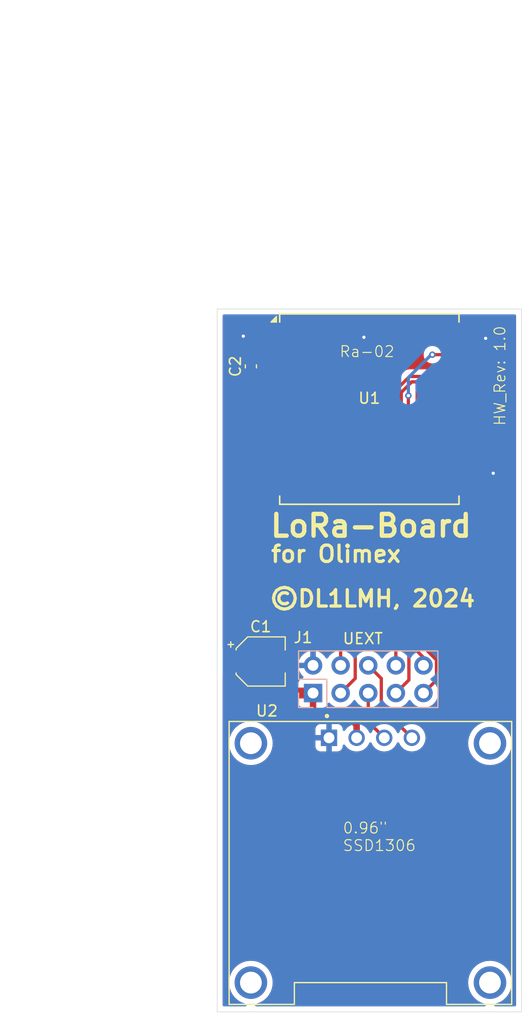
<source format=kicad_pcb>
(kicad_pcb (version 20240108) (generator "pcbnew") (generator_version "8.0")
  (layers (0 "F.Cu" signal) (31 "B.Cu" signal) (34 "B.Paste" user) (35 "F.Paste" user) (36 "B.SilkS" user "B.Silkscreen") (37 "F.SilkS" user "F.Silkscreen") (38 "B.Mask" user) (39 "F.Mask" user) (44 "Edge.Cuts" user))
  (net 0 "")
  (net 1 "/SSEL")
  (net 2 "/RXD")
  (net 3 "/TXD")
  (net 4 "/SCL")
  (net 5 "/MOSI")
  (net 6 "+3.3V")
  (net 7 "/SCK")
  (net 8 "/MISO")
  (net 9 "GND")
  (net 10 "/SDA")
  (footprint "Capacitor_SMD:CP_Elec_4x5.8" (layer "F.Cu") (at 49.7 73.9)
    (property "Reference" "C1" (at 0 -3.2 0) (layer "F.SilkS"))
    (property "Value" "22µF" (hide yes))
    (fp_line (start -3 -1.56) (end -2.5 -1.56) (stroke (width 0.12)) (layer "F.SilkS"))
    (fp_line (start -2.75 -1.81) (end -2.75 -1.31) (stroke (width 0.12)) (layer "F.SilkS"))
    (fp_line (start -2.26 -1.195563) (end -2.26 -1.06) (stroke (width 0.12)) (layer "F.SilkS"))
    (fp_line (start -2.26 -1.195563) (end -1.195563 -2.26) (stroke (width 0.12)) (layer "F.SilkS"))
    (fp_line (start -2.26 1.195563) (end -2.26 1.06) (stroke (width 0.12)) (layer "F.SilkS"))
    (fp_line (start -2.26 1.195563) (end -1.195563 2.26) (stroke (width 0.12)) (layer "F.SilkS"))
    (fp_line (start -1.195563 -2.26) (end 2.26 -2.26) (stroke (width 0.12)) (layer "F.SilkS"))
    (fp_line (start -1.195563 2.26) (end 2.26 2.26) (stroke (width 0.12)) (layer "F.SilkS"))
    (fp_line (start 2.26 -2.26) (end 2.26 -1.06) (stroke (width 0.12)) (layer "F.SilkS"))
    (fp_line (start 2.26 2.26) (end 2.26 1.06) (stroke (width 0.12)) (layer "F.SilkS"))
    (pad "1" smd roundrect (at -1.8 0) (size 2.6 1.6) (layers "F.Cu" "F.Paste" "F.Mask") (roundrect_rratio 0.15625) (net 6 "+3.3V"))
    (pad "2" smd roundrect (at 1.8 0) (size 2.6 1.6) (layers "F.Cu" "F.Paste" "F.Mask") (roundrect_rratio 0.15625) (net 9 "GND"))
  )
  (footprint "Capacitor_SMD:C_0603_1608Metric" (layer "F.Cu") (at 48.8 46.775 90)
    (property "Reference" "C2" (at 0 -1.43 90) (layer "F.SilkS"))
    (property "Value" "100n")
    (fp_line (start -0.14058 -0.51) (end 0.14058 -0.51) (stroke (width 0.12)) (layer "F.SilkS"))
    (fp_line (start -0.14058 0.51) (end 0.14058 0.51) (stroke (width 0.12)) (layer "F.SilkS"))
    (pad "1" smd roundrect (at -0.775 0 90) (size 0.9 0.95) (layers "F.Cu" "F.Paste" "F.Mask") (net 6 "+3.3V"))
    (pad "2" smd roundrect (at 0.775 0 90) (size 0.9 0.95) (layers "F.Cu" "F.Paste" "F.Mask") (net 9 "GND"))
  )
  (footprint "OLED 0.96:MODULE_DM-OLED096-636" (layer "F.Cu") (at 59.8 92.4125)
    (property "Reference" "U2" (at -9.525 -13.97 0) (layer "F.SilkS"))
    (property "Value" "DM-OLED096-636")
    (fp_line (start -13 -13) (end 13 -13) (stroke (width 0.127)) (layer "F.SilkS"))
    (fp_line (start -13 13) (end -13 -13) (stroke (width 0.127)) (layer "F.SilkS"))
    (fp_line (start -7 11) (end -7 13) (stroke (width 0.127)) (layer "F.SilkS"))
    (fp_line (start -7 13) (end -13 13) (stroke (width 0.127)) (layer "F.SilkS"))
    (fp_line (start 7 11) (end -7 11) (stroke (width 0.127)) (layer "F.SilkS"))
    (fp_line (start 7 13) (end 7 11) (stroke (width 0.127)) (layer "F.SilkS"))
    (fp_line (start 13 -13) (end 13 13) (stroke (width 0.127)) (layer "F.SilkS"))
    (fp_line (start 13 13) (end 7 13) (stroke (width 0.127)) (layer "F.SilkS"))
    (fp_circle (center -4 -13.5) (end -3.9 -13.5) (stroke (width 0.2)) (fill none) (layer "F.SilkS"))
    (pad "1" thru_hole rect (at -3.81 -11.5) (size 1.508 1.508) (drill 1) (layers "*.Cu" "*.Mask") (net 9 "GND"))
    (pad "2" thru_hole circle (at -1.27 -11.5) (size 1.508 1.508) (drill 1) (layers "*.Cu" "*.Mask") (net 6 "+3.3V"))
    (pad "3" thru_hole circle (at 1.27 -11.5) (size 1.508 1.508) (drill 1) (layers "*.Cu" "*.Mask") (net 4 "/SCL"))
    (pad "4" thru_hole circle (at 3.81 -11.5) (size 1.508 1.508) (drill 1) (layers "*.Cu" "*.Mask") (net 10 "/SDA"))
    (pad "S1" thru_hole circle (at -11 -11) (size 3 3) (drill 2) (layers "*.Cu" "*.Mask"))
    (pad "S2" thru_hole circle (at 11 -11) (size 3 3) (drill 2) (layers "*.Cu" "*.Mask"))
    (pad "S3" thru_hole circle (at 11 11) (size 3 3) (drill 2) (layers "*.Cu" "*.Mask"))
    (pad "S4" thru_hole circle (at -11 11) (size 3 3) (drill 2) (layers "*.Cu" "*.Mask"))
  )
  (footprint "RF_Module:Ai-Thinker-Ra-01-LoRa" (layer "F.Cu") (at 59.7 50.7)
    (property "Reference" "U1" (at 0 -1 0) (layer "F.SilkS"))
    (property "Value" "Ai-Thinker-Ra-02" (hide yes))
    (fp_line (start -8.25 -8.75) (end 8.25 -8.75) (stroke (width 0.15)) (layer "F.SilkS"))
    (fp_line (start -8.25 -8) (end -8.25 -8.75) (stroke (width 0.15)) (layer "F.SilkS"))
    (fp_line (start -8.25 8) (end -8.25 8.75) (stroke (width 0.15)) (layer "F.SilkS"))
    (fp_line (start -8.25 8.75) (end 8.25 8.75) (stroke (width 0.15)) (layer "F.SilkS"))
    (fp_line (start 8.25 -8.75) (end 8.25 -8) (stroke (width 0.15)) (layer "F.SilkS"))
    (fp_line (start 8.25 8.75) (end 8.25 8) (stroke (width 0.15)) (layer "F.SilkS"))
    (fp_poly (pts (xy -8.55 -8) (xy -9.05 -8) (xy -8.55 -8.5) (xy -8.55 -8)) (stroke (width 0.12)) (fill solid) (layer "F.SilkS"))
    (pad "1" smd rect (at -8 -7) (size 2 1.5) (layers "F.Cu" "F.Paste" "F.Mask") (net 9 "GND"))
    (pad "2" smd rect (at -8 -5) (size 2 1.5) (layers "F.Cu" "F.Paste" "F.Mask") (net 9 "GND"))
    (pad "3" smd rect (at -8 -3) (size 2 1.5) (layers "F.Cu" "F.Paste" "F.Mask") (net 6 "+3.3V"))
    (pad "4" smd rect (at -8 -1) (size 2 1.5) (layers "F.Cu" "F.Paste" "F.Mask") (net 3 "/TXD"))
    (pad "5" smd rect (at -8 1) (size 2 1.5) (layers "F.Cu" "F.Paste" "F.Mask") (net 2 "/RXD"))
    (pad "6" smd rect (at -8 3) (size 2 1.5) (layers "F.Cu" "F.Paste" "F.Mask"))
    (pad "7" smd rect (at -8 5) (size 2 1.5) (layers "F.Cu" "F.Paste" "F.Mask"))
    (pad "8" smd rect (at -8 7) (size 2 1.5) (layers "F.Cu" "F.Paste" "F.Mask"))
    (pad "9" smd rect (at 8 7) (size 2 1.5) (layers "F.Cu" "F.Paste" "F.Mask") (net 9 "GND"))
    (pad "10" smd rect (at 8 5) (size 2 1.5) (layers "F.Cu" "F.Paste" "F.Mask"))
    (pad "11" smd rect (at 8 3) (size 2 1.5) (layers "F.Cu" "F.Paste" "F.Mask"))
    (pad "12" smd rect (at 8 1) (size 2 1.5) (layers "F.Cu" "F.Paste" "F.Mask") (net 7 "/SCK"))
    (pad "13" smd rect (at 8 -1) (size 2 1.5) (layers "F.Cu" "F.Paste" "F.Mask") (net 8 "/MISO"))
    (pad "14" smd rect (at 8 -3) (size 2 1.5) (layers "F.Cu" "F.Paste" "F.Mask") (net 5 "/MOSI"))
    (pad "15" smd rect (at 8 -5) (size 2 1.5) (layers "F.Cu" "F.Paste" "F.Mask") (net 1 "/SSEL"))
    (pad "16" smd rect (at 8 -7) (size 2 1.5) (layers "F.Cu" "F.Paste" "F.Mask") (net 9 "GND"))
  )
  (footprint "Connector_PinSocket_2.54mm:PinSocket_2x05_P2.54mm_Vertical" (layer "B.Cu") (at 54.52 76.8 -90)
    (property "Reference" "J1" (at -5.1 0.92 180) (layer "F.SilkS"))
    (property "Value" "UEXT" (at -5 -4.58 180) (layer "F.SilkS"))
    (fp_line (start -1.27 1.33) (end -3.87 1.33) (stroke (width 0.12)) (layer "B.SilkS"))
    (fp_line (start 1.33 1.33) (end 0 1.33) (stroke (width 0.12)) (layer "B.SilkS"))
    (fp_line (start 1.33 0) (end 1.33 1.33) (stroke (width 0.12)) (layer "B.SilkS"))
    (fp_line (start -1.27 -1.27) (end -1.27 1.33) (stroke (width 0.12)) (layer "B.SilkS"))
    (fp_line (start 1.33 -1.27) (end -1.27 -1.27) (stroke (width 0.12)) (layer "B.SilkS"))
    (fp_line (start -3.87 -11.49) (end -3.87 1.33) (stroke (width 0.12)) (layer "B.SilkS"))
    (fp_line (start 1.33 -11.49) (end 1.33 -1.27) (stroke (width 0.12)) (layer "B.SilkS"))
    (fp_line (start 1.33 -11.49) (end -3.87 -11.49) (stroke (width 0.12)) (layer "B.SilkS"))
    (pad "1" thru_hole rect (at 0 0 270) (size 1.7 1.7) (drill 1) (layers "*.Cu" "*.Mask") (net 6 "+3.3V"))
    (pad "2" thru_hole oval (at -2.54 0 270) (size 1.7 1.7) (drill 1) (layers "*.Cu" "*.Mask") (net 9 "GND"))
    (pad "3" thru_hole oval (at 0 -2.54 270) (size 1.7 1.7) (drill 1) (layers "*.Cu" "*.Mask") (net 3 "/TXD"))
    (pad "4" thru_hole oval (at -2.54 -2.54 270) (size 1.7 1.7) (drill 1) (layers "*.Cu" "*.Mask") (net 2 "/RXD"))
    (pad "5" thru_hole oval (at 0 -5.08 270) (size 1.7 1.7) (drill 1) (layers "*.Cu" "*.Mask") (net 4 "/SCL"))
    (pad "6" thru_hole oval (at -2.54 -5.08 270) (size 1.7 1.7) (drill 1) (layers "*.Cu" "*.Mask") (net 10 "/SDA"))
    (pad "7" thru_hole oval (at 0 -7.62 270) (size 1.7 1.7) (drill 1) (layers "*.Cu" "*.Mask") (net 8 "/MISO"))
    (pad "8" thru_hole oval (at -2.54 -7.62 270) (size 1.7 1.7) (drill 1) (layers "*.Cu" "*.Mask") (net 5 "/MOSI"))
    (pad "9" thru_hole oval (at 0 -10.16 270) (size 1.7 1.7) (drill 1) (layers "*.Cu" "*.Mask") (net 7 "/SCK"))
    (pad "10" thru_hole oval (at -2.54 -10.16 270) (size 1.7 1.7) (drill 1) (layers "*.Cu" "*.Mask") (net 1 "/SSEL"))
  )
  (gr_rect (start 45.7 41.5) (end 73.7 106.1) (stroke (width 0.05)) (fill none) (layer "Edge.Cuts"))
  (gr_text "Ra-02" (at 56.9 46 0) (layer "F.SilkS") (effects (font (size 1 1) (thickness 0.1)) (justify left bottom)))
  (gr_text "HW_Rev: 1.0" (at 72.3 52.3 90) (layer "F.SilkS") (effects (font (size 1 1) (thickness 0.1)) (justify left bottom)))
  (gr_text "©DL1LMH, 2024" (at 50.4 69 0) (layer "F.SilkS") (effects (font (size 1.5 1.5) (thickness 0.3) (bold yes)) (justify left bottom)))
  (gr_text "0.96{dblquote}\nSSD1306" (at 57.2 91.4 0) (layer "F.SilkS") (effects (font (size 1 1) (thickness 0.1)) (justify left bottom)))
  (gr_text "LoRa-Board" (at 50.4 62.6 0) (layer "F.SilkS") (effects (font (size 2 2) (thickness 0.4) (bold yes)) (justify left bottom)))
  (gr_text "for Olimex" (at 50.5 64.9 0) (layer "F.SilkS") (effects (font (size 1.5 1.5) (thickness 0.3) (bold yes)) (justify left bottom)))
  (segment (start 63.29 72.142894) (end 64.68 73.532894) (width 0.3) (layer "F.Cu") (net 1))
  (segment (start 64.68 73.532894) (end 64.68 74.26) (width 0.3) (layer "F.Cu") (net 1))
  (segment (start 63.29 49.463173) (end 63.29 72.142894) (width 0.3) (layer "F.Cu") (net 1))
  (segment (start 65.5 45.7) (end 67.7 45.7) (width 0.3) (layer "F.Cu") (net 1))
  (via (at 65.5 45.7) (size 0.6) (drill 0.3) (layers "F.Cu" "B.Cu") (net 1))
  (via (at 63.29 49.463173) (size 0.6) (drill 0.3) (layers "F.Cu" "B.Cu") (net 1))
  (segment (start 65.4 45.7) (end 63.29 47.81) (width 0.3) (layer "B.Cu") (net 1))
  (segment (start 65.4 45.7) (end 65.5 45.7) (width 0.3) (layer "B.Cu") (net 1))
  (segment (start 65.5 45.6) (end 65.4 45.7) (width 0.3) (layer "B.Cu") (net 1))
  (segment (start 63.29 47.81) (end 63.29 49.463173) (width 0.3) (layer "B.Cu") (net 1))
  (segment (start 65.5 45.7) (end 65.5 45.6) (width 0.3) (layer "B.Cu") (net 1))
  (segment (start 57.06 53.16) (end 55.6 51.7) (width 0.3) (layer "F.Cu") (net 2))
  (segment (start 55.6 51.7) (end 51.7 51.7) (width 0.3) (layer "F.Cu") (net 2))
  (segment (start 57.06 74.26) (end 57.06 53.16) (width 0.3) (layer "F.Cu") (net 2))
  (segment (start 57.06 76.8) (end 58.4 75.46) (width 0.3) (layer "F.Cu") (net 3))
  (segment (start 58.4 75.46) (end 58.4 52) (width 0.3) (layer "F.Cu") (net 3))
  (segment (start 58.4 52) (end 56.1 49.7) (width 0.3) (layer "F.Cu") (net 3))
  (segment (start 56.1 49.7) (end 51.7 49.7) (width 0.3) (layer "F.Cu") (net 3))
  (segment (start 59.6 76.8) (end 59.6 79.4425) (width 0.3) (layer "F.Cu") (net 4))
  (segment (start 59.6 79.4425) (end 61.07 80.9125) (width 0.3) (layer "F.Cu") (net 4))
  (segment (start 62.14 74.26) (end 62.14 48.96) (width 0.3) (layer "F.Cu") (net 5))
  (segment (start 63.4 47.7) (end 67.7 47.7) (width 0.3) (layer "F.Cu") (net 5))
  (segment (start 62.14 48.96) (end 63.4 47.7) (width 0.3) (layer "F.Cu") (net 5))
  (segment (start 54.52 78.72) (end 54.52 76.8) (width 0.6) (layer "F.Cu") (net 6))
  (segment (start 48.3 73.8) (end 48.3 75.5) (width 1) (layer "F.Cu") (net 6))
  (segment (start 48.3 75.5) (end 49.6 76.8) (width 1) (layer "F.Cu") (net 6))
  (segment (start 58.53 80.9125) (end 58.53 79.73) (width 0.6) (layer "F.Cu") (net 6))
  (segment (start 48.8 51) (end 48.8 71.5) (width 1) (layer "F.Cu") (net 6))
  (segment (start 49.5 47.7) (end 51.7 47.7) (width 1) (layer "F.Cu") (net 6))
  (segment (start 48.2 73.7) (end 48.3 73.8) (width 1) (layer "F.Cu") (net 6))
  (segment (start 48.8 51) (end 48.8 48.4) (width 1) (layer "F.Cu") (net 6))
  (segment (start 58.1 79.3) (end 55.1 79.3) (width 0.6) (layer "F.Cu") (net 6))
  (segment (start 55.1 79.3) (end 54.52 78.72) (width 0.6) (layer "F.Cu") (net 6))
  (segment (start 48.8 48.4) (end 49.5 47.7) (width 1) (layer "F.Cu") (net 6))
  (segment (start 49.6 76.8) (end 54.52 76.8) (width 1) (layer "F.Cu") (net 6))
  (segment (start 58.53 79.73) (end 58.1 79.3) (width 0.6) (layer "F.Cu") (net 6))
  (segment (start 48.8 71.5) (end 48.2 72.1) (width 1) (layer "F.Cu") (net 6))
  (segment (start 48.2 72.1) (end 48.2 73.7) (width 1) (layer "F.Cu") (net 6))
  (segment (start 65.5 49) (end 65.5 50.7) (width 0.3) (layer "F.Cu") (net 7))
  (segment (start 64.1 50.29) (end 64.1 49.1) (width 0.3) (layer "F.Cu") (net 7))
  (segment (start 64.68 76.8) (end 65.88 75.6) (width 0.3) (layer "F.Cu") (net 7))
  (segment (start 66.5 51.7) (end 67.7 51.7) (width 0.3) (layer "F.Cu") (net 7))
  (segment (start 64.1 49.1) (end 64.5 48.7) (width 0.3) (layer "F.Cu") (net 7))
  (segment (start 65.2 48.7) (end 65.5 49) (width 0.3) (layer "F.Cu") (net 7))
  (segment (start 65.88 75.6) (end 65.88 73.762943) (width 0.3) (layer "F.Cu") (net 7))
  (segment (start 63.79 71.672943) (end 63.79 50.6) (width 0.3) (layer "F.Cu") (net 7))
  (segment (start 63.79 50.6) (end 64.1 50.29) (width 0.3) (layer "F.Cu") (net 7))
  (segment (start 65.88 73.762943) (end 63.79 71.672943) (width 0.3) (layer "F.Cu") (net 7))
  (segment (start 65.5 50.7) (end 66.5 51.7) (width 0.3) (layer "F.Cu") (net 7))
  (segment (start 64.5 48.7) (end 65.2 48.7) (width 0.3) (layer "F.Cu") (net 7))
  (segment (start 66.5 49.7) (end 67.7 49.7) (width 0.3) (layer "F.Cu") (net 8))
  (segment (start 62.64 72.2) (end 62.64 49.167106) (width 0.3) (layer "F.Cu") (net 8))
  (segment (start 66 49.2) (end 66.5 49.7) (width 0.3) (layer "F.Cu") (net 8))
  (segment (start 62.14 76.8) (end 63.34 75.6) (width 0.3) (layer "F.Cu") (net 8))
  (segment (start 63.34 72.9) (end 62.64 72.2) (width 0.3) (layer "F.Cu") (net 8))
  (segment (start 63.34 75.6) (end 63.34 72.9) (width 0.3) (layer "F.Cu") (net 8))
  (segment (start 63.607106 48.2) (end 65.6 48.2) (width 0.3) (layer "F.Cu") (net 8))
  (segment (start 66 48.6) (end 66 49.2) (width 0.3) (layer "F.Cu") (net 8))
  (segment (start 62.64 49.167106) (end 63.607106 48.2) (width 0.3) (layer "F.Cu") (net 8))
  (segment (start 65.6 48.2) (end 66 48.6) (width 0.3) (layer "F.Cu") (net 8))
  (via (at 59.2 44.1) (size 0.6) (drill 0.3) (layers "F.Cu" "B.Cu") (net 9))
  (via (at 70.4 44.2) (size 0.6) (drill 0.3) (layers "F.Cu" "B.Cu") (net 9))
  (via (at 48.1 44) (size 0.6) (drill 0.3) (layers "F.Cu" "B.Cu") (net 9))
  (via (at 71.1 56.6) (size 0.6) (drill 0.3) (layers "F.Cu" "B.Cu") (net 9))
  (segment (start 59.6 74.26) (end 60.8 75.46) (width 0.3) (layer "F.Cu") (net 10))
  (segment (start 60.8 78.1025) (end 63.61 80.9125) (width 0.3) (layer "F.Cu") (net 10))
  (segment (start 60.8 75.46) (end 60.8 78.1025) (width 0.3) (layer "F.Cu") (net 10))
  (zone (net 9) (net_name "GND") (layers "F&B.Cu") (connect_pads (clearance 0.5)) (min_thickness 0.25) (fill yes (thermal_gap 0.5) (thermal_bridge_width 0.5))
    (polygon (pts (xy 45.8 41.6) (xy 73.6 41.6) (xy 73.6 106) (xy 45.8 106)))
  )
)
</source>
